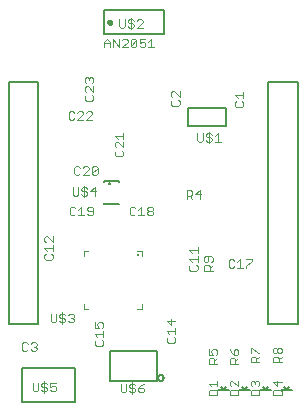
<source format=gto>
G75*
%MOIN*%
%OFA0B0*%
%FSLAX24Y24*%
%IPPOS*%
%LPD*%
%AMOC8*
5,1,8,0,0,1.08239X$1,22.5*
%
%ADD10C,0.0030*%
%ADD11C,0.0100*%
%ADD12C,0.0080*%
%ADD13C,0.0050*%
%ADD14C,0.0040*%
%ADD15C,0.0118*%
D10*
X002025Y001491D02*
X002074Y001442D01*
X002170Y001442D01*
X002219Y001491D01*
X002219Y001732D01*
X002320Y001684D02*
X002368Y001732D01*
X002465Y001732D01*
X002514Y001684D01*
X002465Y001587D02*
X002368Y001587D01*
X002320Y001636D01*
X002320Y001684D01*
X002417Y001781D02*
X002417Y001394D01*
X002465Y001442D02*
X002514Y001491D01*
X002514Y001539D01*
X002465Y001587D01*
X002465Y001442D02*
X002368Y001442D01*
X002320Y001491D01*
X002025Y001491D02*
X002025Y001732D01*
X002615Y001732D02*
X002615Y001587D01*
X002711Y001636D01*
X002760Y001636D01*
X002808Y001587D01*
X002808Y001491D01*
X002760Y001442D01*
X002663Y001442D01*
X002615Y001491D01*
X002615Y001732D02*
X002808Y001732D01*
X002110Y002792D02*
X002013Y002792D01*
X001965Y002841D01*
X001864Y002841D02*
X001815Y002792D01*
X001718Y002792D01*
X001670Y002841D01*
X001670Y003034D01*
X001718Y003082D01*
X001815Y003082D01*
X001864Y003034D01*
X001965Y003034D02*
X002013Y003082D01*
X002110Y003082D01*
X002158Y003034D01*
X002158Y002986D01*
X002110Y002937D01*
X002158Y002889D01*
X002158Y002841D01*
X002110Y002792D01*
X002110Y002937D02*
X002061Y002937D01*
X002674Y003742D02*
X002770Y003742D01*
X002819Y003791D01*
X002819Y004032D01*
X002920Y003984D02*
X002968Y004032D01*
X003065Y004032D01*
X003114Y003984D01*
X003215Y003984D02*
X003263Y004032D01*
X003360Y004032D01*
X003408Y003984D01*
X003408Y003936D01*
X003360Y003887D01*
X003408Y003839D01*
X003408Y003791D01*
X003360Y003742D01*
X003263Y003742D01*
X003215Y003791D01*
X003114Y003791D02*
X003114Y003839D01*
X003065Y003887D01*
X002968Y003887D01*
X002920Y003936D01*
X002920Y003984D01*
X003017Y004081D02*
X003017Y003694D01*
X003065Y003742D02*
X003114Y003791D01*
X003065Y003742D02*
X002968Y003742D01*
X002920Y003791D01*
X002674Y003742D02*
X002625Y003791D01*
X002625Y004032D01*
X003311Y003887D02*
X003360Y003887D01*
X004089Y003745D02*
X004089Y003552D01*
X004234Y003552D01*
X004186Y003648D01*
X004186Y003697D01*
X004234Y003745D01*
X004331Y003745D01*
X004379Y003697D01*
X004379Y003600D01*
X004331Y003552D01*
X004379Y003450D02*
X004379Y003257D01*
X004379Y003354D02*
X004089Y003354D01*
X004186Y003257D01*
X004137Y003156D02*
X004089Y003107D01*
X004089Y003011D01*
X004137Y002962D01*
X004331Y002962D01*
X004379Y003011D01*
X004379Y003107D01*
X004331Y003156D01*
X005351Y001751D02*
X005351Y001364D01*
X005399Y001412D02*
X005447Y001461D01*
X005447Y001509D01*
X005399Y001557D01*
X005302Y001557D01*
X005254Y001606D01*
X005254Y001654D01*
X005302Y001702D01*
X005399Y001702D01*
X005447Y001654D01*
X005549Y001557D02*
X005694Y001557D01*
X005742Y001509D01*
X005742Y001461D01*
X005694Y001412D01*
X005597Y001412D01*
X005549Y001461D01*
X005549Y001557D01*
X005645Y001654D01*
X005742Y001702D01*
X005399Y001412D02*
X005302Y001412D01*
X005254Y001461D01*
X005153Y001461D02*
X005104Y001412D01*
X005008Y001412D01*
X004959Y001461D01*
X004959Y001702D01*
X005153Y001702D02*
X005153Y001461D01*
X006537Y003062D02*
X006489Y003111D01*
X006489Y003207D01*
X006537Y003256D01*
X006586Y003357D02*
X006489Y003454D01*
X006779Y003454D01*
X006779Y003550D02*
X006779Y003357D01*
X006731Y003256D02*
X006779Y003207D01*
X006779Y003111D01*
X006731Y003062D01*
X006537Y003062D01*
X006634Y003652D02*
X006634Y003845D01*
X006489Y003797D02*
X006634Y003652D01*
X006779Y003797D02*
X006489Y003797D01*
X007287Y005462D02*
X007481Y005462D01*
X007529Y005511D01*
X007529Y005607D01*
X007481Y005656D01*
X007529Y005757D02*
X007529Y005950D01*
X007529Y005854D02*
X007239Y005854D01*
X007336Y005757D01*
X007287Y005656D02*
X007239Y005607D01*
X007239Y005511D01*
X007287Y005462D01*
X007739Y005462D02*
X007739Y005607D01*
X007787Y005656D01*
X007884Y005656D01*
X007933Y005607D01*
X007933Y005462D01*
X008029Y005462D02*
X007739Y005462D01*
X007933Y005559D02*
X008029Y005656D01*
X007981Y005757D02*
X008029Y005805D01*
X008029Y005902D01*
X007981Y005950D01*
X007787Y005950D01*
X007739Y005902D01*
X007739Y005805D01*
X007787Y005757D01*
X007836Y005757D01*
X007884Y005805D01*
X007884Y005950D01*
X007529Y006052D02*
X007529Y006245D01*
X007529Y006148D02*
X007239Y006148D01*
X007336Y006052D01*
X008559Y005804D02*
X008559Y005611D01*
X008608Y005562D01*
X008704Y005562D01*
X008753Y005611D01*
X008854Y005562D02*
X009047Y005562D01*
X008951Y005562D02*
X008951Y005852D01*
X008854Y005756D01*
X008753Y005804D02*
X008704Y005852D01*
X008608Y005852D01*
X008559Y005804D01*
X009149Y005852D02*
X009342Y005852D01*
X009342Y005804D01*
X009149Y005611D01*
X009149Y005562D01*
X007599Y007862D02*
X007599Y008152D01*
X007454Y008007D01*
X007647Y008007D01*
X007353Y008007D02*
X007304Y007959D01*
X007159Y007959D01*
X007159Y007862D02*
X007159Y008152D01*
X007304Y008152D01*
X007353Y008104D01*
X007353Y008007D01*
X007256Y007959D02*
X007353Y007862D01*
X006042Y007554D02*
X006042Y007506D01*
X005994Y007457D01*
X005897Y007457D01*
X005849Y007506D01*
X005849Y007554D01*
X005897Y007602D01*
X005994Y007602D01*
X006042Y007554D01*
X005994Y007457D02*
X006042Y007409D01*
X006042Y007361D01*
X005994Y007312D01*
X005897Y007312D01*
X005849Y007361D01*
X005849Y007409D01*
X005897Y007457D01*
X005747Y007312D02*
X005554Y007312D01*
X005651Y007312D02*
X005651Y007602D01*
X005554Y007506D01*
X005453Y007554D02*
X005404Y007602D01*
X005308Y007602D01*
X005259Y007554D01*
X005259Y007361D01*
X005308Y007312D01*
X005404Y007312D01*
X005453Y007361D01*
X004142Y008107D02*
X003949Y008107D01*
X004094Y008252D01*
X004094Y007962D01*
X003847Y008011D02*
X003799Y007962D01*
X003702Y007962D01*
X003654Y008011D01*
X003553Y008011D02*
X003553Y008252D01*
X003654Y008204D02*
X003702Y008252D01*
X003799Y008252D01*
X003847Y008204D01*
X003799Y008107D02*
X003702Y008107D01*
X003654Y008156D01*
X003654Y008204D01*
X003751Y008301D02*
X003751Y007914D01*
X003847Y008011D02*
X003847Y008059D01*
X003799Y008107D01*
X003553Y008011D02*
X003504Y007962D01*
X003408Y007962D01*
X003359Y008011D01*
X003359Y008252D01*
X003458Y008662D02*
X003554Y008662D01*
X003603Y008711D01*
X003704Y008662D02*
X003897Y008856D01*
X003897Y008904D01*
X003849Y008952D01*
X003752Y008952D01*
X003704Y008904D01*
X003603Y008904D02*
X003554Y008952D01*
X003458Y008952D01*
X003409Y008904D01*
X003409Y008711D01*
X003458Y008662D01*
X003704Y008662D02*
X003897Y008662D01*
X003999Y008711D02*
X004192Y008904D01*
X004192Y008711D01*
X004144Y008662D01*
X004047Y008662D01*
X003999Y008711D01*
X003999Y008904D01*
X004047Y008952D01*
X004144Y008952D01*
X004192Y008904D01*
X004759Y009327D02*
X004807Y009278D01*
X005001Y009278D01*
X005049Y009327D01*
X005049Y009423D01*
X005001Y009472D01*
X005049Y009573D02*
X004856Y009766D01*
X004807Y009766D01*
X004759Y009718D01*
X004759Y009621D01*
X004807Y009573D01*
X004807Y009472D02*
X004759Y009423D01*
X004759Y009327D01*
X005049Y009573D02*
X005049Y009766D01*
X005049Y009868D02*
X005049Y010061D01*
X005049Y009964D02*
X004759Y009964D01*
X004856Y009868D01*
X004008Y010492D02*
X003815Y010492D01*
X004008Y010686D01*
X004008Y010734D01*
X003960Y010782D01*
X003863Y010782D01*
X003815Y010734D01*
X003714Y010734D02*
X003714Y010686D01*
X003520Y010492D01*
X003714Y010492D01*
X003714Y010734D02*
X003665Y010782D01*
X003568Y010782D01*
X003520Y010734D01*
X003419Y010734D02*
X003370Y010782D01*
X003274Y010782D01*
X003225Y010734D01*
X003225Y010541D01*
X003274Y010492D01*
X003370Y010492D01*
X003419Y010541D01*
X003807Y011128D02*
X004001Y011128D01*
X004049Y011177D01*
X004049Y011273D01*
X004001Y011322D01*
X004049Y011423D02*
X003856Y011616D01*
X003807Y011616D01*
X003759Y011568D01*
X003759Y011471D01*
X003807Y011423D01*
X003807Y011322D02*
X003759Y011273D01*
X003759Y011177D01*
X003807Y011128D01*
X004049Y011423D02*
X004049Y011616D01*
X004001Y011718D02*
X004049Y011766D01*
X004049Y011863D01*
X004001Y011911D01*
X003953Y011911D01*
X003904Y011863D01*
X003904Y011814D01*
X003904Y011863D02*
X003856Y011911D01*
X003807Y011911D01*
X003759Y011863D01*
X003759Y011766D01*
X003807Y011718D01*
X004409Y012912D02*
X004409Y013106D01*
X004506Y013202D01*
X004603Y013106D01*
X004603Y012912D01*
X004704Y012912D02*
X004704Y013202D01*
X004897Y012912D01*
X004897Y013202D01*
X004999Y013154D02*
X005047Y013202D01*
X005144Y013202D01*
X005192Y013154D01*
X005192Y013106D01*
X004999Y012912D01*
X005192Y012912D01*
X005293Y012961D02*
X005293Y013154D01*
X005342Y013202D01*
X005438Y013202D01*
X005487Y013154D01*
X005293Y012961D01*
X005342Y012912D01*
X005438Y012912D01*
X005487Y012961D01*
X005487Y013154D01*
X005588Y013202D02*
X005588Y013057D01*
X005685Y013106D01*
X005733Y013106D01*
X005781Y013057D01*
X005781Y012961D01*
X005733Y012912D01*
X005636Y012912D01*
X005588Y012961D01*
X005588Y013202D02*
X005781Y013202D01*
X005883Y013106D02*
X005979Y013202D01*
X005979Y012912D01*
X005883Y012912D02*
X006076Y012912D01*
X005692Y013562D02*
X005499Y013562D01*
X005692Y013756D01*
X005692Y013804D01*
X005644Y013852D01*
X005547Y013852D01*
X005499Y013804D01*
X005397Y013804D02*
X005349Y013852D01*
X005252Y013852D01*
X005204Y013804D01*
X005204Y013756D01*
X005252Y013707D01*
X005349Y013707D01*
X005397Y013659D01*
X005397Y013611D01*
X005349Y013562D01*
X005252Y013562D01*
X005204Y013611D01*
X005103Y013611D02*
X005103Y013852D01*
X005301Y013901D02*
X005301Y013514D01*
X005103Y013611D02*
X005054Y013562D01*
X004958Y013562D01*
X004909Y013611D01*
X004909Y013852D01*
X004603Y013057D02*
X004409Y013057D01*
X006639Y011402D02*
X006639Y011305D01*
X006687Y011257D01*
X006687Y011156D02*
X006639Y011107D01*
X006639Y011011D01*
X006687Y010962D01*
X006881Y010962D01*
X006929Y011011D01*
X006929Y011107D01*
X006881Y011156D01*
X006929Y011257D02*
X006736Y011450D01*
X006687Y011450D01*
X006639Y011402D01*
X006929Y011450D02*
X006929Y011257D01*
X007509Y010052D02*
X007509Y009811D01*
X007558Y009762D01*
X007654Y009762D01*
X007703Y009811D01*
X007703Y010052D01*
X007804Y010004D02*
X007804Y009956D01*
X007852Y009907D01*
X007949Y009907D01*
X007997Y009859D01*
X007997Y009811D01*
X007949Y009762D01*
X007852Y009762D01*
X007804Y009811D01*
X007901Y009714D02*
X007901Y010101D01*
X007949Y010052D02*
X007852Y010052D01*
X007804Y010004D01*
X007949Y010052D02*
X007997Y010004D01*
X008099Y009956D02*
X008195Y010052D01*
X008195Y009762D01*
X008099Y009762D02*
X008292Y009762D01*
X008807Y010923D02*
X009001Y010923D01*
X009049Y010971D01*
X009049Y011068D01*
X009001Y011116D01*
X009049Y011218D02*
X009049Y011411D01*
X009049Y011314D02*
X008759Y011314D01*
X008856Y011218D01*
X008807Y011116D02*
X008759Y011068D01*
X008759Y010971D01*
X008807Y010923D01*
X004042Y007554D02*
X004042Y007361D01*
X003994Y007312D01*
X003897Y007312D01*
X003849Y007361D01*
X003897Y007457D02*
X004042Y007457D01*
X004042Y007554D02*
X003994Y007602D01*
X003897Y007602D01*
X003849Y007554D01*
X003849Y007506D01*
X003897Y007457D01*
X003747Y007312D02*
X003554Y007312D01*
X003651Y007312D02*
X003651Y007602D01*
X003554Y007506D01*
X003453Y007554D02*
X003404Y007602D01*
X003308Y007602D01*
X003259Y007554D01*
X003259Y007361D01*
X003308Y007312D01*
X003404Y007312D01*
X003453Y007361D01*
X002699Y006611D02*
X002699Y006418D01*
X002506Y006611D01*
X002457Y006611D01*
X002409Y006563D01*
X002409Y006466D01*
X002457Y006418D01*
X002409Y006220D02*
X002699Y006220D01*
X002699Y006316D02*
X002699Y006123D01*
X002651Y006022D02*
X002699Y005973D01*
X002699Y005877D01*
X002651Y005828D01*
X002457Y005828D01*
X002409Y005877D01*
X002409Y005973D01*
X002457Y006022D01*
X002506Y006123D02*
X002409Y006220D01*
X007889Y002850D02*
X007889Y002657D01*
X008034Y002657D01*
X007986Y002754D01*
X007986Y002802D01*
X008034Y002850D01*
X008131Y002850D01*
X008179Y002802D01*
X008179Y002705D01*
X008131Y002657D01*
X008179Y002556D02*
X008083Y002459D01*
X008083Y002507D02*
X008083Y002362D01*
X008179Y002362D02*
X007889Y002362D01*
X007889Y002507D01*
X007937Y002556D01*
X008034Y002556D01*
X008083Y002507D01*
X008589Y002507D02*
X008589Y002362D01*
X008879Y002362D01*
X008783Y002362D02*
X008783Y002507D01*
X008734Y002556D01*
X008637Y002556D01*
X008589Y002507D01*
X008734Y002657D02*
X008734Y002802D01*
X008783Y002850D01*
X008831Y002850D01*
X008879Y002802D01*
X008879Y002705D01*
X008831Y002657D01*
X008734Y002657D01*
X008637Y002754D01*
X008589Y002850D01*
X008879Y002556D02*
X008783Y002459D01*
X009289Y002412D02*
X009289Y002557D01*
X009337Y002606D01*
X009434Y002606D01*
X009483Y002557D01*
X009483Y002412D01*
X009579Y002412D02*
X009289Y002412D01*
X009483Y002509D02*
X009579Y002606D01*
X009579Y002707D02*
X009531Y002707D01*
X009337Y002900D01*
X009289Y002900D01*
X009289Y002707D01*
X010039Y002755D02*
X010039Y002852D01*
X010087Y002900D01*
X010136Y002900D01*
X010184Y002852D01*
X010184Y002755D01*
X010136Y002707D01*
X010087Y002707D01*
X010039Y002755D01*
X010184Y002755D02*
X010233Y002707D01*
X010281Y002707D01*
X010329Y002755D01*
X010329Y002852D01*
X010281Y002900D01*
X010233Y002900D01*
X010184Y002852D01*
X010184Y002606D02*
X010087Y002606D01*
X010039Y002557D01*
X010039Y002412D01*
X010329Y002412D01*
X010233Y002412D02*
X010233Y002557D01*
X010184Y002606D01*
X010233Y002509D02*
X010329Y002606D01*
X010184Y001800D02*
X010184Y001607D01*
X010039Y001752D01*
X010329Y001752D01*
X010281Y001506D02*
X010087Y001506D01*
X010039Y001457D01*
X010039Y001312D01*
X010329Y001312D01*
X010329Y001457D01*
X010281Y001506D01*
X009579Y001457D02*
X009579Y001312D01*
X009289Y001312D01*
X009289Y001457D01*
X009337Y001506D01*
X009531Y001506D01*
X009579Y001457D01*
X009531Y001607D02*
X009579Y001655D01*
X009579Y001752D01*
X009531Y001800D01*
X009483Y001800D01*
X009434Y001752D01*
X009434Y001704D01*
X009434Y001752D02*
X009386Y001800D01*
X009337Y001800D01*
X009289Y001752D01*
X009289Y001655D01*
X009337Y001607D01*
X008879Y001607D02*
X008686Y001800D01*
X008637Y001800D01*
X008589Y001752D01*
X008589Y001655D01*
X008637Y001607D01*
X008637Y001506D02*
X008589Y001457D01*
X008589Y001312D01*
X008879Y001312D01*
X008879Y001457D01*
X008831Y001506D01*
X008637Y001506D01*
X008879Y001607D02*
X008879Y001800D01*
X008179Y001800D02*
X008179Y001607D01*
X008179Y001704D02*
X007889Y001704D01*
X007986Y001607D01*
X007937Y001506D02*
X007889Y001457D01*
X007889Y001312D01*
X008179Y001312D01*
X008179Y001457D01*
X008131Y001506D01*
X007937Y001506D01*
D11*
X004544Y013747D02*
X004546Y013760D01*
X004551Y013773D01*
X004560Y013784D01*
X004571Y013791D01*
X004584Y013796D01*
X004597Y013797D01*
X004611Y013794D01*
X004623Y013788D01*
X004633Y013779D01*
X004640Y013767D01*
X004644Y013754D01*
X004644Y013740D01*
X004640Y013727D01*
X004633Y013715D01*
X004623Y013706D01*
X004611Y013700D01*
X004597Y013697D01*
X004584Y013698D01*
X004571Y013703D01*
X004560Y013710D01*
X004551Y013721D01*
X004546Y013734D01*
X004544Y013747D01*
D12*
X002206Y011763D02*
X002206Y003692D01*
X001221Y003692D01*
X001221Y011763D01*
X002206Y011763D01*
X009883Y011763D02*
X009883Y003692D01*
X010867Y003692D01*
X010867Y011763D01*
X009883Y011763D01*
X009880Y001602D02*
X009804Y001486D01*
X009794Y001480D02*
X009702Y001602D01*
X009613Y001480D02*
X009794Y001480D01*
X009975Y001480D01*
X010313Y001480D02*
X010494Y001480D01*
X010402Y001602D01*
X010494Y001480D02*
X010675Y001480D01*
X010580Y001602D02*
X010504Y001486D01*
X009275Y001480D02*
X009094Y001480D01*
X009002Y001602D01*
X008913Y001480D02*
X009094Y001480D01*
X009104Y001486D02*
X009180Y001602D01*
X008575Y001480D02*
X008394Y001480D01*
X008302Y001602D01*
X008213Y001480D02*
X008394Y001480D01*
X008404Y001486D02*
X008480Y001602D01*
D13*
X001658Y001076D02*
X001658Y002218D01*
X003430Y002218D01*
X003430Y001076D01*
X001658Y001076D01*
X004607Y001805D02*
X004607Y002789D01*
X006182Y002789D01*
X006182Y001805D01*
X004607Y001805D01*
X006194Y001897D02*
X006196Y001917D01*
X006202Y001935D01*
X006211Y001953D01*
X006223Y001968D01*
X006238Y001980D01*
X006256Y001989D01*
X006274Y001995D01*
X006294Y001997D01*
X006314Y001995D01*
X006332Y001989D01*
X006350Y001980D01*
X006365Y001968D01*
X006377Y001953D01*
X006386Y001935D01*
X006392Y001917D01*
X006394Y001897D01*
X006392Y001877D01*
X006386Y001859D01*
X006377Y001841D01*
X006365Y001826D01*
X006350Y001814D01*
X006332Y001805D01*
X006314Y001799D01*
X006294Y001797D01*
X006274Y001799D01*
X006256Y001805D01*
X006238Y001814D01*
X006223Y001826D01*
X006211Y001841D01*
X006202Y001859D01*
X006196Y001877D01*
X006194Y001897D01*
X004888Y007673D02*
X004396Y007673D01*
X004396Y007713D01*
X004888Y007697D02*
X004888Y007673D01*
X004575Y008386D02*
X004577Y008394D01*
X004582Y008400D01*
X004589Y008404D01*
X004597Y008404D01*
X004604Y008400D01*
X004609Y008394D01*
X004611Y008386D01*
X004609Y008378D01*
X004604Y008372D01*
X004597Y008368D01*
X004589Y008368D01*
X004582Y008372D01*
X004577Y008378D01*
X004575Y008386D01*
X004396Y008433D02*
X004396Y008461D01*
X004888Y008461D01*
X004888Y008421D01*
X007214Y010302D02*
X007214Y010892D01*
X008474Y010892D01*
X008474Y010302D01*
X007214Y010302D01*
X006398Y013354D02*
X004390Y013354D01*
X004390Y014141D01*
X006398Y014141D01*
X006398Y013354D01*
D14*
X005659Y006112D02*
X005501Y006112D01*
X005659Y006112D02*
X005659Y005954D01*
X005659Y004340D02*
X005659Y004183D01*
X005501Y004183D01*
X003887Y004183D02*
X003730Y004183D01*
X003730Y004340D01*
X003730Y005954D02*
X003730Y006112D01*
X003887Y006112D01*
D15*
X005551Y006004D03*
M02*

</source>
